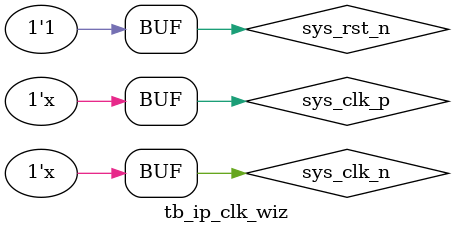
<source format=sv>
`timescale 1ns / 1ps

module tb_ip_clk_wiz();

reg     sys_clk_p;
reg     sys_clk_n;
reg     sys_rst_n;

wire    clk_200m;      
wire    clk_100m;
wire    clk_100m_180deg;     
wire    clk_25m;   
     

always #5 sys_clk_p = ~sys_clk_p;
always #5 sys_clk_n = ~sys_clk_n;

initial begin
    sys_clk_p = 1'b0;
    sys_clk_n = 1'b1;
    sys_rst_n = 1'b0;
    #100
    sys_rst_n = 1'b1;
end

ip_clk_wiz u_ip_clk_wiz(
    .sys_clk_p        (sys_clk_p        ),
    .sys_clk_n        (sys_clk_n        ),
    .sys_rst_n        (sys_rst_n        ),

    .clk_200m         (clk_200m         ),
    .clk_100m         (clk_100m         ),
    .clk_100m_180deg  (clk_100m_180deg  ),
    .clk_25m          (clk_25m          )  
    );

endmodule


</source>
